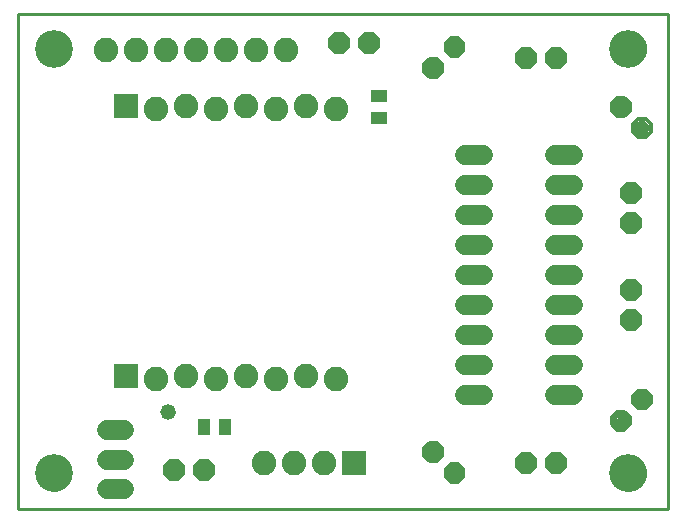
<source format=gts>
G75*
%MOIN*%
%OFA0B0*%
%FSLAX25Y25*%
%IPPOS*%
%LPD*%
%AMOC8*
5,1,8,0,0,1.08239X$1,22.5*
%
%ADD10C,0.01000*%
%ADD11C,0.00000*%
%ADD12C,0.12611*%
%ADD13C,0.08200*%
%ADD14R,0.08200X0.08200*%
%ADD15C,0.06600*%
%ADD16C,0.01480*%
%ADD17OC8,0.07400*%
%ADD18R,0.05524X0.03950*%
%ADD19R,0.03950X0.05524*%
%ADD20C,0.05200*%
D10*
X0019800Y0016300D02*
X0019800Y0181261D01*
X0236501Y0181261D01*
X0236501Y0016300D01*
X0019800Y0016300D01*
D11*
X0025894Y0028300D02*
X0025896Y0028453D01*
X0025902Y0028607D01*
X0025912Y0028760D01*
X0025926Y0028912D01*
X0025944Y0029065D01*
X0025966Y0029216D01*
X0025991Y0029367D01*
X0026021Y0029518D01*
X0026055Y0029668D01*
X0026092Y0029816D01*
X0026133Y0029964D01*
X0026178Y0030110D01*
X0026227Y0030256D01*
X0026280Y0030400D01*
X0026336Y0030542D01*
X0026396Y0030683D01*
X0026460Y0030823D01*
X0026527Y0030961D01*
X0026598Y0031097D01*
X0026673Y0031231D01*
X0026750Y0031363D01*
X0026832Y0031493D01*
X0026916Y0031621D01*
X0027004Y0031747D01*
X0027095Y0031870D01*
X0027189Y0031991D01*
X0027287Y0032109D01*
X0027387Y0032225D01*
X0027491Y0032338D01*
X0027597Y0032449D01*
X0027706Y0032557D01*
X0027818Y0032662D01*
X0027932Y0032763D01*
X0028050Y0032862D01*
X0028169Y0032958D01*
X0028291Y0033051D01*
X0028416Y0033140D01*
X0028543Y0033227D01*
X0028672Y0033309D01*
X0028803Y0033389D01*
X0028936Y0033465D01*
X0029071Y0033538D01*
X0029208Y0033607D01*
X0029347Y0033672D01*
X0029487Y0033734D01*
X0029629Y0033792D01*
X0029772Y0033847D01*
X0029917Y0033898D01*
X0030063Y0033945D01*
X0030210Y0033988D01*
X0030358Y0034027D01*
X0030507Y0034063D01*
X0030657Y0034094D01*
X0030808Y0034122D01*
X0030959Y0034146D01*
X0031112Y0034166D01*
X0031264Y0034182D01*
X0031417Y0034194D01*
X0031570Y0034202D01*
X0031723Y0034206D01*
X0031877Y0034206D01*
X0032030Y0034202D01*
X0032183Y0034194D01*
X0032336Y0034182D01*
X0032488Y0034166D01*
X0032641Y0034146D01*
X0032792Y0034122D01*
X0032943Y0034094D01*
X0033093Y0034063D01*
X0033242Y0034027D01*
X0033390Y0033988D01*
X0033537Y0033945D01*
X0033683Y0033898D01*
X0033828Y0033847D01*
X0033971Y0033792D01*
X0034113Y0033734D01*
X0034253Y0033672D01*
X0034392Y0033607D01*
X0034529Y0033538D01*
X0034664Y0033465D01*
X0034797Y0033389D01*
X0034928Y0033309D01*
X0035057Y0033227D01*
X0035184Y0033140D01*
X0035309Y0033051D01*
X0035431Y0032958D01*
X0035550Y0032862D01*
X0035668Y0032763D01*
X0035782Y0032662D01*
X0035894Y0032557D01*
X0036003Y0032449D01*
X0036109Y0032338D01*
X0036213Y0032225D01*
X0036313Y0032109D01*
X0036411Y0031991D01*
X0036505Y0031870D01*
X0036596Y0031747D01*
X0036684Y0031621D01*
X0036768Y0031493D01*
X0036850Y0031363D01*
X0036927Y0031231D01*
X0037002Y0031097D01*
X0037073Y0030961D01*
X0037140Y0030823D01*
X0037204Y0030683D01*
X0037264Y0030542D01*
X0037320Y0030400D01*
X0037373Y0030256D01*
X0037422Y0030110D01*
X0037467Y0029964D01*
X0037508Y0029816D01*
X0037545Y0029668D01*
X0037579Y0029518D01*
X0037609Y0029367D01*
X0037634Y0029216D01*
X0037656Y0029065D01*
X0037674Y0028912D01*
X0037688Y0028760D01*
X0037698Y0028607D01*
X0037704Y0028453D01*
X0037706Y0028300D01*
X0037704Y0028147D01*
X0037698Y0027993D01*
X0037688Y0027840D01*
X0037674Y0027688D01*
X0037656Y0027535D01*
X0037634Y0027384D01*
X0037609Y0027233D01*
X0037579Y0027082D01*
X0037545Y0026932D01*
X0037508Y0026784D01*
X0037467Y0026636D01*
X0037422Y0026490D01*
X0037373Y0026344D01*
X0037320Y0026200D01*
X0037264Y0026058D01*
X0037204Y0025917D01*
X0037140Y0025777D01*
X0037073Y0025639D01*
X0037002Y0025503D01*
X0036927Y0025369D01*
X0036850Y0025237D01*
X0036768Y0025107D01*
X0036684Y0024979D01*
X0036596Y0024853D01*
X0036505Y0024730D01*
X0036411Y0024609D01*
X0036313Y0024491D01*
X0036213Y0024375D01*
X0036109Y0024262D01*
X0036003Y0024151D01*
X0035894Y0024043D01*
X0035782Y0023938D01*
X0035668Y0023837D01*
X0035550Y0023738D01*
X0035431Y0023642D01*
X0035309Y0023549D01*
X0035184Y0023460D01*
X0035057Y0023373D01*
X0034928Y0023291D01*
X0034797Y0023211D01*
X0034664Y0023135D01*
X0034529Y0023062D01*
X0034392Y0022993D01*
X0034253Y0022928D01*
X0034113Y0022866D01*
X0033971Y0022808D01*
X0033828Y0022753D01*
X0033683Y0022702D01*
X0033537Y0022655D01*
X0033390Y0022612D01*
X0033242Y0022573D01*
X0033093Y0022537D01*
X0032943Y0022506D01*
X0032792Y0022478D01*
X0032641Y0022454D01*
X0032488Y0022434D01*
X0032336Y0022418D01*
X0032183Y0022406D01*
X0032030Y0022398D01*
X0031877Y0022394D01*
X0031723Y0022394D01*
X0031570Y0022398D01*
X0031417Y0022406D01*
X0031264Y0022418D01*
X0031112Y0022434D01*
X0030959Y0022454D01*
X0030808Y0022478D01*
X0030657Y0022506D01*
X0030507Y0022537D01*
X0030358Y0022573D01*
X0030210Y0022612D01*
X0030063Y0022655D01*
X0029917Y0022702D01*
X0029772Y0022753D01*
X0029629Y0022808D01*
X0029487Y0022866D01*
X0029347Y0022928D01*
X0029208Y0022993D01*
X0029071Y0023062D01*
X0028936Y0023135D01*
X0028803Y0023211D01*
X0028672Y0023291D01*
X0028543Y0023373D01*
X0028416Y0023460D01*
X0028291Y0023549D01*
X0028169Y0023642D01*
X0028050Y0023738D01*
X0027932Y0023837D01*
X0027818Y0023938D01*
X0027706Y0024043D01*
X0027597Y0024151D01*
X0027491Y0024262D01*
X0027387Y0024375D01*
X0027287Y0024491D01*
X0027189Y0024609D01*
X0027095Y0024730D01*
X0027004Y0024853D01*
X0026916Y0024979D01*
X0026832Y0025107D01*
X0026750Y0025237D01*
X0026673Y0025369D01*
X0026598Y0025503D01*
X0026527Y0025639D01*
X0026460Y0025777D01*
X0026396Y0025917D01*
X0026336Y0026058D01*
X0026280Y0026200D01*
X0026227Y0026344D01*
X0026178Y0026490D01*
X0026133Y0026636D01*
X0026092Y0026784D01*
X0026055Y0026932D01*
X0026021Y0027082D01*
X0025991Y0027233D01*
X0025966Y0027384D01*
X0025944Y0027535D01*
X0025926Y0027688D01*
X0025912Y0027840D01*
X0025902Y0027993D01*
X0025896Y0028147D01*
X0025894Y0028300D01*
X0025894Y0169800D02*
X0025896Y0169953D01*
X0025902Y0170107D01*
X0025912Y0170260D01*
X0025926Y0170412D01*
X0025944Y0170565D01*
X0025966Y0170716D01*
X0025991Y0170867D01*
X0026021Y0171018D01*
X0026055Y0171168D01*
X0026092Y0171316D01*
X0026133Y0171464D01*
X0026178Y0171610D01*
X0026227Y0171756D01*
X0026280Y0171900D01*
X0026336Y0172042D01*
X0026396Y0172183D01*
X0026460Y0172323D01*
X0026527Y0172461D01*
X0026598Y0172597D01*
X0026673Y0172731D01*
X0026750Y0172863D01*
X0026832Y0172993D01*
X0026916Y0173121D01*
X0027004Y0173247D01*
X0027095Y0173370D01*
X0027189Y0173491D01*
X0027287Y0173609D01*
X0027387Y0173725D01*
X0027491Y0173838D01*
X0027597Y0173949D01*
X0027706Y0174057D01*
X0027818Y0174162D01*
X0027932Y0174263D01*
X0028050Y0174362D01*
X0028169Y0174458D01*
X0028291Y0174551D01*
X0028416Y0174640D01*
X0028543Y0174727D01*
X0028672Y0174809D01*
X0028803Y0174889D01*
X0028936Y0174965D01*
X0029071Y0175038D01*
X0029208Y0175107D01*
X0029347Y0175172D01*
X0029487Y0175234D01*
X0029629Y0175292D01*
X0029772Y0175347D01*
X0029917Y0175398D01*
X0030063Y0175445D01*
X0030210Y0175488D01*
X0030358Y0175527D01*
X0030507Y0175563D01*
X0030657Y0175594D01*
X0030808Y0175622D01*
X0030959Y0175646D01*
X0031112Y0175666D01*
X0031264Y0175682D01*
X0031417Y0175694D01*
X0031570Y0175702D01*
X0031723Y0175706D01*
X0031877Y0175706D01*
X0032030Y0175702D01*
X0032183Y0175694D01*
X0032336Y0175682D01*
X0032488Y0175666D01*
X0032641Y0175646D01*
X0032792Y0175622D01*
X0032943Y0175594D01*
X0033093Y0175563D01*
X0033242Y0175527D01*
X0033390Y0175488D01*
X0033537Y0175445D01*
X0033683Y0175398D01*
X0033828Y0175347D01*
X0033971Y0175292D01*
X0034113Y0175234D01*
X0034253Y0175172D01*
X0034392Y0175107D01*
X0034529Y0175038D01*
X0034664Y0174965D01*
X0034797Y0174889D01*
X0034928Y0174809D01*
X0035057Y0174727D01*
X0035184Y0174640D01*
X0035309Y0174551D01*
X0035431Y0174458D01*
X0035550Y0174362D01*
X0035668Y0174263D01*
X0035782Y0174162D01*
X0035894Y0174057D01*
X0036003Y0173949D01*
X0036109Y0173838D01*
X0036213Y0173725D01*
X0036313Y0173609D01*
X0036411Y0173491D01*
X0036505Y0173370D01*
X0036596Y0173247D01*
X0036684Y0173121D01*
X0036768Y0172993D01*
X0036850Y0172863D01*
X0036927Y0172731D01*
X0037002Y0172597D01*
X0037073Y0172461D01*
X0037140Y0172323D01*
X0037204Y0172183D01*
X0037264Y0172042D01*
X0037320Y0171900D01*
X0037373Y0171756D01*
X0037422Y0171610D01*
X0037467Y0171464D01*
X0037508Y0171316D01*
X0037545Y0171168D01*
X0037579Y0171018D01*
X0037609Y0170867D01*
X0037634Y0170716D01*
X0037656Y0170565D01*
X0037674Y0170412D01*
X0037688Y0170260D01*
X0037698Y0170107D01*
X0037704Y0169953D01*
X0037706Y0169800D01*
X0037704Y0169647D01*
X0037698Y0169493D01*
X0037688Y0169340D01*
X0037674Y0169188D01*
X0037656Y0169035D01*
X0037634Y0168884D01*
X0037609Y0168733D01*
X0037579Y0168582D01*
X0037545Y0168432D01*
X0037508Y0168284D01*
X0037467Y0168136D01*
X0037422Y0167990D01*
X0037373Y0167844D01*
X0037320Y0167700D01*
X0037264Y0167558D01*
X0037204Y0167417D01*
X0037140Y0167277D01*
X0037073Y0167139D01*
X0037002Y0167003D01*
X0036927Y0166869D01*
X0036850Y0166737D01*
X0036768Y0166607D01*
X0036684Y0166479D01*
X0036596Y0166353D01*
X0036505Y0166230D01*
X0036411Y0166109D01*
X0036313Y0165991D01*
X0036213Y0165875D01*
X0036109Y0165762D01*
X0036003Y0165651D01*
X0035894Y0165543D01*
X0035782Y0165438D01*
X0035668Y0165337D01*
X0035550Y0165238D01*
X0035431Y0165142D01*
X0035309Y0165049D01*
X0035184Y0164960D01*
X0035057Y0164873D01*
X0034928Y0164791D01*
X0034797Y0164711D01*
X0034664Y0164635D01*
X0034529Y0164562D01*
X0034392Y0164493D01*
X0034253Y0164428D01*
X0034113Y0164366D01*
X0033971Y0164308D01*
X0033828Y0164253D01*
X0033683Y0164202D01*
X0033537Y0164155D01*
X0033390Y0164112D01*
X0033242Y0164073D01*
X0033093Y0164037D01*
X0032943Y0164006D01*
X0032792Y0163978D01*
X0032641Y0163954D01*
X0032488Y0163934D01*
X0032336Y0163918D01*
X0032183Y0163906D01*
X0032030Y0163898D01*
X0031877Y0163894D01*
X0031723Y0163894D01*
X0031570Y0163898D01*
X0031417Y0163906D01*
X0031264Y0163918D01*
X0031112Y0163934D01*
X0030959Y0163954D01*
X0030808Y0163978D01*
X0030657Y0164006D01*
X0030507Y0164037D01*
X0030358Y0164073D01*
X0030210Y0164112D01*
X0030063Y0164155D01*
X0029917Y0164202D01*
X0029772Y0164253D01*
X0029629Y0164308D01*
X0029487Y0164366D01*
X0029347Y0164428D01*
X0029208Y0164493D01*
X0029071Y0164562D01*
X0028936Y0164635D01*
X0028803Y0164711D01*
X0028672Y0164791D01*
X0028543Y0164873D01*
X0028416Y0164960D01*
X0028291Y0165049D01*
X0028169Y0165142D01*
X0028050Y0165238D01*
X0027932Y0165337D01*
X0027818Y0165438D01*
X0027706Y0165543D01*
X0027597Y0165651D01*
X0027491Y0165762D01*
X0027387Y0165875D01*
X0027287Y0165991D01*
X0027189Y0166109D01*
X0027095Y0166230D01*
X0027004Y0166353D01*
X0026916Y0166479D01*
X0026832Y0166607D01*
X0026750Y0166737D01*
X0026673Y0166869D01*
X0026598Y0167003D01*
X0026527Y0167139D01*
X0026460Y0167277D01*
X0026396Y0167417D01*
X0026336Y0167558D01*
X0026280Y0167700D01*
X0026227Y0167844D01*
X0026178Y0167990D01*
X0026133Y0168136D01*
X0026092Y0168284D01*
X0026055Y0168432D01*
X0026021Y0168582D01*
X0025991Y0168733D01*
X0025966Y0168884D01*
X0025944Y0169035D01*
X0025926Y0169188D01*
X0025912Y0169340D01*
X0025902Y0169493D01*
X0025896Y0169647D01*
X0025894Y0169800D01*
X0217394Y0169800D02*
X0217396Y0169953D01*
X0217402Y0170107D01*
X0217412Y0170260D01*
X0217426Y0170412D01*
X0217444Y0170565D01*
X0217466Y0170716D01*
X0217491Y0170867D01*
X0217521Y0171018D01*
X0217555Y0171168D01*
X0217592Y0171316D01*
X0217633Y0171464D01*
X0217678Y0171610D01*
X0217727Y0171756D01*
X0217780Y0171900D01*
X0217836Y0172042D01*
X0217896Y0172183D01*
X0217960Y0172323D01*
X0218027Y0172461D01*
X0218098Y0172597D01*
X0218173Y0172731D01*
X0218250Y0172863D01*
X0218332Y0172993D01*
X0218416Y0173121D01*
X0218504Y0173247D01*
X0218595Y0173370D01*
X0218689Y0173491D01*
X0218787Y0173609D01*
X0218887Y0173725D01*
X0218991Y0173838D01*
X0219097Y0173949D01*
X0219206Y0174057D01*
X0219318Y0174162D01*
X0219432Y0174263D01*
X0219550Y0174362D01*
X0219669Y0174458D01*
X0219791Y0174551D01*
X0219916Y0174640D01*
X0220043Y0174727D01*
X0220172Y0174809D01*
X0220303Y0174889D01*
X0220436Y0174965D01*
X0220571Y0175038D01*
X0220708Y0175107D01*
X0220847Y0175172D01*
X0220987Y0175234D01*
X0221129Y0175292D01*
X0221272Y0175347D01*
X0221417Y0175398D01*
X0221563Y0175445D01*
X0221710Y0175488D01*
X0221858Y0175527D01*
X0222007Y0175563D01*
X0222157Y0175594D01*
X0222308Y0175622D01*
X0222459Y0175646D01*
X0222612Y0175666D01*
X0222764Y0175682D01*
X0222917Y0175694D01*
X0223070Y0175702D01*
X0223223Y0175706D01*
X0223377Y0175706D01*
X0223530Y0175702D01*
X0223683Y0175694D01*
X0223836Y0175682D01*
X0223988Y0175666D01*
X0224141Y0175646D01*
X0224292Y0175622D01*
X0224443Y0175594D01*
X0224593Y0175563D01*
X0224742Y0175527D01*
X0224890Y0175488D01*
X0225037Y0175445D01*
X0225183Y0175398D01*
X0225328Y0175347D01*
X0225471Y0175292D01*
X0225613Y0175234D01*
X0225753Y0175172D01*
X0225892Y0175107D01*
X0226029Y0175038D01*
X0226164Y0174965D01*
X0226297Y0174889D01*
X0226428Y0174809D01*
X0226557Y0174727D01*
X0226684Y0174640D01*
X0226809Y0174551D01*
X0226931Y0174458D01*
X0227050Y0174362D01*
X0227168Y0174263D01*
X0227282Y0174162D01*
X0227394Y0174057D01*
X0227503Y0173949D01*
X0227609Y0173838D01*
X0227713Y0173725D01*
X0227813Y0173609D01*
X0227911Y0173491D01*
X0228005Y0173370D01*
X0228096Y0173247D01*
X0228184Y0173121D01*
X0228268Y0172993D01*
X0228350Y0172863D01*
X0228427Y0172731D01*
X0228502Y0172597D01*
X0228573Y0172461D01*
X0228640Y0172323D01*
X0228704Y0172183D01*
X0228764Y0172042D01*
X0228820Y0171900D01*
X0228873Y0171756D01*
X0228922Y0171610D01*
X0228967Y0171464D01*
X0229008Y0171316D01*
X0229045Y0171168D01*
X0229079Y0171018D01*
X0229109Y0170867D01*
X0229134Y0170716D01*
X0229156Y0170565D01*
X0229174Y0170412D01*
X0229188Y0170260D01*
X0229198Y0170107D01*
X0229204Y0169953D01*
X0229206Y0169800D01*
X0229204Y0169647D01*
X0229198Y0169493D01*
X0229188Y0169340D01*
X0229174Y0169188D01*
X0229156Y0169035D01*
X0229134Y0168884D01*
X0229109Y0168733D01*
X0229079Y0168582D01*
X0229045Y0168432D01*
X0229008Y0168284D01*
X0228967Y0168136D01*
X0228922Y0167990D01*
X0228873Y0167844D01*
X0228820Y0167700D01*
X0228764Y0167558D01*
X0228704Y0167417D01*
X0228640Y0167277D01*
X0228573Y0167139D01*
X0228502Y0167003D01*
X0228427Y0166869D01*
X0228350Y0166737D01*
X0228268Y0166607D01*
X0228184Y0166479D01*
X0228096Y0166353D01*
X0228005Y0166230D01*
X0227911Y0166109D01*
X0227813Y0165991D01*
X0227713Y0165875D01*
X0227609Y0165762D01*
X0227503Y0165651D01*
X0227394Y0165543D01*
X0227282Y0165438D01*
X0227168Y0165337D01*
X0227050Y0165238D01*
X0226931Y0165142D01*
X0226809Y0165049D01*
X0226684Y0164960D01*
X0226557Y0164873D01*
X0226428Y0164791D01*
X0226297Y0164711D01*
X0226164Y0164635D01*
X0226029Y0164562D01*
X0225892Y0164493D01*
X0225753Y0164428D01*
X0225613Y0164366D01*
X0225471Y0164308D01*
X0225328Y0164253D01*
X0225183Y0164202D01*
X0225037Y0164155D01*
X0224890Y0164112D01*
X0224742Y0164073D01*
X0224593Y0164037D01*
X0224443Y0164006D01*
X0224292Y0163978D01*
X0224141Y0163954D01*
X0223988Y0163934D01*
X0223836Y0163918D01*
X0223683Y0163906D01*
X0223530Y0163898D01*
X0223377Y0163894D01*
X0223223Y0163894D01*
X0223070Y0163898D01*
X0222917Y0163906D01*
X0222764Y0163918D01*
X0222612Y0163934D01*
X0222459Y0163954D01*
X0222308Y0163978D01*
X0222157Y0164006D01*
X0222007Y0164037D01*
X0221858Y0164073D01*
X0221710Y0164112D01*
X0221563Y0164155D01*
X0221417Y0164202D01*
X0221272Y0164253D01*
X0221129Y0164308D01*
X0220987Y0164366D01*
X0220847Y0164428D01*
X0220708Y0164493D01*
X0220571Y0164562D01*
X0220436Y0164635D01*
X0220303Y0164711D01*
X0220172Y0164791D01*
X0220043Y0164873D01*
X0219916Y0164960D01*
X0219791Y0165049D01*
X0219669Y0165142D01*
X0219550Y0165238D01*
X0219432Y0165337D01*
X0219318Y0165438D01*
X0219206Y0165543D01*
X0219097Y0165651D01*
X0218991Y0165762D01*
X0218887Y0165875D01*
X0218787Y0165991D01*
X0218689Y0166109D01*
X0218595Y0166230D01*
X0218504Y0166353D01*
X0218416Y0166479D01*
X0218332Y0166607D01*
X0218250Y0166737D01*
X0218173Y0166869D01*
X0218098Y0167003D01*
X0218027Y0167139D01*
X0217960Y0167277D01*
X0217896Y0167417D01*
X0217836Y0167558D01*
X0217780Y0167700D01*
X0217727Y0167844D01*
X0217678Y0167990D01*
X0217633Y0168136D01*
X0217592Y0168284D01*
X0217555Y0168432D01*
X0217521Y0168582D01*
X0217491Y0168733D01*
X0217466Y0168884D01*
X0217444Y0169035D01*
X0217426Y0169188D01*
X0217412Y0169340D01*
X0217402Y0169493D01*
X0217396Y0169647D01*
X0217394Y0169800D01*
X0217394Y0028300D02*
X0217396Y0028453D01*
X0217402Y0028607D01*
X0217412Y0028760D01*
X0217426Y0028912D01*
X0217444Y0029065D01*
X0217466Y0029216D01*
X0217491Y0029367D01*
X0217521Y0029518D01*
X0217555Y0029668D01*
X0217592Y0029816D01*
X0217633Y0029964D01*
X0217678Y0030110D01*
X0217727Y0030256D01*
X0217780Y0030400D01*
X0217836Y0030542D01*
X0217896Y0030683D01*
X0217960Y0030823D01*
X0218027Y0030961D01*
X0218098Y0031097D01*
X0218173Y0031231D01*
X0218250Y0031363D01*
X0218332Y0031493D01*
X0218416Y0031621D01*
X0218504Y0031747D01*
X0218595Y0031870D01*
X0218689Y0031991D01*
X0218787Y0032109D01*
X0218887Y0032225D01*
X0218991Y0032338D01*
X0219097Y0032449D01*
X0219206Y0032557D01*
X0219318Y0032662D01*
X0219432Y0032763D01*
X0219550Y0032862D01*
X0219669Y0032958D01*
X0219791Y0033051D01*
X0219916Y0033140D01*
X0220043Y0033227D01*
X0220172Y0033309D01*
X0220303Y0033389D01*
X0220436Y0033465D01*
X0220571Y0033538D01*
X0220708Y0033607D01*
X0220847Y0033672D01*
X0220987Y0033734D01*
X0221129Y0033792D01*
X0221272Y0033847D01*
X0221417Y0033898D01*
X0221563Y0033945D01*
X0221710Y0033988D01*
X0221858Y0034027D01*
X0222007Y0034063D01*
X0222157Y0034094D01*
X0222308Y0034122D01*
X0222459Y0034146D01*
X0222612Y0034166D01*
X0222764Y0034182D01*
X0222917Y0034194D01*
X0223070Y0034202D01*
X0223223Y0034206D01*
X0223377Y0034206D01*
X0223530Y0034202D01*
X0223683Y0034194D01*
X0223836Y0034182D01*
X0223988Y0034166D01*
X0224141Y0034146D01*
X0224292Y0034122D01*
X0224443Y0034094D01*
X0224593Y0034063D01*
X0224742Y0034027D01*
X0224890Y0033988D01*
X0225037Y0033945D01*
X0225183Y0033898D01*
X0225328Y0033847D01*
X0225471Y0033792D01*
X0225613Y0033734D01*
X0225753Y0033672D01*
X0225892Y0033607D01*
X0226029Y0033538D01*
X0226164Y0033465D01*
X0226297Y0033389D01*
X0226428Y0033309D01*
X0226557Y0033227D01*
X0226684Y0033140D01*
X0226809Y0033051D01*
X0226931Y0032958D01*
X0227050Y0032862D01*
X0227168Y0032763D01*
X0227282Y0032662D01*
X0227394Y0032557D01*
X0227503Y0032449D01*
X0227609Y0032338D01*
X0227713Y0032225D01*
X0227813Y0032109D01*
X0227911Y0031991D01*
X0228005Y0031870D01*
X0228096Y0031747D01*
X0228184Y0031621D01*
X0228268Y0031493D01*
X0228350Y0031363D01*
X0228427Y0031231D01*
X0228502Y0031097D01*
X0228573Y0030961D01*
X0228640Y0030823D01*
X0228704Y0030683D01*
X0228764Y0030542D01*
X0228820Y0030400D01*
X0228873Y0030256D01*
X0228922Y0030110D01*
X0228967Y0029964D01*
X0229008Y0029816D01*
X0229045Y0029668D01*
X0229079Y0029518D01*
X0229109Y0029367D01*
X0229134Y0029216D01*
X0229156Y0029065D01*
X0229174Y0028912D01*
X0229188Y0028760D01*
X0229198Y0028607D01*
X0229204Y0028453D01*
X0229206Y0028300D01*
X0229204Y0028147D01*
X0229198Y0027993D01*
X0229188Y0027840D01*
X0229174Y0027688D01*
X0229156Y0027535D01*
X0229134Y0027384D01*
X0229109Y0027233D01*
X0229079Y0027082D01*
X0229045Y0026932D01*
X0229008Y0026784D01*
X0228967Y0026636D01*
X0228922Y0026490D01*
X0228873Y0026344D01*
X0228820Y0026200D01*
X0228764Y0026058D01*
X0228704Y0025917D01*
X0228640Y0025777D01*
X0228573Y0025639D01*
X0228502Y0025503D01*
X0228427Y0025369D01*
X0228350Y0025237D01*
X0228268Y0025107D01*
X0228184Y0024979D01*
X0228096Y0024853D01*
X0228005Y0024730D01*
X0227911Y0024609D01*
X0227813Y0024491D01*
X0227713Y0024375D01*
X0227609Y0024262D01*
X0227503Y0024151D01*
X0227394Y0024043D01*
X0227282Y0023938D01*
X0227168Y0023837D01*
X0227050Y0023738D01*
X0226931Y0023642D01*
X0226809Y0023549D01*
X0226684Y0023460D01*
X0226557Y0023373D01*
X0226428Y0023291D01*
X0226297Y0023211D01*
X0226164Y0023135D01*
X0226029Y0023062D01*
X0225892Y0022993D01*
X0225753Y0022928D01*
X0225613Y0022866D01*
X0225471Y0022808D01*
X0225328Y0022753D01*
X0225183Y0022702D01*
X0225037Y0022655D01*
X0224890Y0022612D01*
X0224742Y0022573D01*
X0224593Y0022537D01*
X0224443Y0022506D01*
X0224292Y0022478D01*
X0224141Y0022454D01*
X0223988Y0022434D01*
X0223836Y0022418D01*
X0223683Y0022406D01*
X0223530Y0022398D01*
X0223377Y0022394D01*
X0223223Y0022394D01*
X0223070Y0022398D01*
X0222917Y0022406D01*
X0222764Y0022418D01*
X0222612Y0022434D01*
X0222459Y0022454D01*
X0222308Y0022478D01*
X0222157Y0022506D01*
X0222007Y0022537D01*
X0221858Y0022573D01*
X0221710Y0022612D01*
X0221563Y0022655D01*
X0221417Y0022702D01*
X0221272Y0022753D01*
X0221129Y0022808D01*
X0220987Y0022866D01*
X0220847Y0022928D01*
X0220708Y0022993D01*
X0220571Y0023062D01*
X0220436Y0023135D01*
X0220303Y0023211D01*
X0220172Y0023291D01*
X0220043Y0023373D01*
X0219916Y0023460D01*
X0219791Y0023549D01*
X0219669Y0023642D01*
X0219550Y0023738D01*
X0219432Y0023837D01*
X0219318Y0023938D01*
X0219206Y0024043D01*
X0219097Y0024151D01*
X0218991Y0024262D01*
X0218887Y0024375D01*
X0218787Y0024491D01*
X0218689Y0024609D01*
X0218595Y0024730D01*
X0218504Y0024853D01*
X0218416Y0024979D01*
X0218332Y0025107D01*
X0218250Y0025237D01*
X0218173Y0025369D01*
X0218098Y0025503D01*
X0218027Y0025639D01*
X0217960Y0025777D01*
X0217896Y0025917D01*
X0217836Y0026058D01*
X0217780Y0026200D01*
X0217727Y0026344D01*
X0217678Y0026490D01*
X0217633Y0026636D01*
X0217592Y0026784D01*
X0217555Y0026932D01*
X0217521Y0027082D01*
X0217491Y0027233D01*
X0217466Y0027384D01*
X0217444Y0027535D01*
X0217426Y0027688D01*
X0217412Y0027840D01*
X0217402Y0027993D01*
X0217396Y0028147D01*
X0217394Y0028300D01*
D12*
X0223300Y0028300D03*
X0031800Y0028300D03*
X0031800Y0169800D03*
X0223300Y0169800D03*
D13*
X0125800Y0149800D03*
X0115800Y0150800D03*
X0105800Y0149800D03*
X0095800Y0150800D03*
X0085800Y0149800D03*
X0075800Y0150800D03*
X0065800Y0149800D03*
X0069300Y0169300D03*
X0059300Y0169300D03*
X0049300Y0169300D03*
X0079300Y0169300D03*
X0089300Y0169300D03*
X0099300Y0169300D03*
X0109300Y0169300D03*
X0115800Y0060800D03*
X0105800Y0059800D03*
X0095800Y0060800D03*
X0085800Y0059800D03*
X0075800Y0060800D03*
X0065800Y0059800D03*
X0101800Y0031800D03*
X0111800Y0031800D03*
X0121800Y0031800D03*
X0125800Y0059800D03*
D14*
X0131800Y0031800D03*
X0055800Y0060800D03*
X0055800Y0150800D03*
D15*
X0168900Y0134300D02*
X0174700Y0134300D01*
X0174700Y0124300D02*
X0168900Y0124300D01*
X0168900Y0114300D02*
X0174700Y0114300D01*
X0174700Y0104300D02*
X0168900Y0104300D01*
X0168900Y0094300D02*
X0174700Y0094300D01*
X0174700Y0084300D02*
X0168900Y0084300D01*
X0168900Y0074300D02*
X0174700Y0074300D01*
X0174700Y0064300D02*
X0168900Y0064300D01*
X0168900Y0054300D02*
X0174700Y0054300D01*
X0198900Y0054300D02*
X0204700Y0054300D01*
X0204700Y0064300D02*
X0198900Y0064300D01*
X0198900Y0074300D02*
X0204700Y0074300D01*
X0204700Y0084300D02*
X0198900Y0084300D01*
X0198900Y0094300D02*
X0204700Y0094300D01*
X0204700Y0104300D02*
X0198900Y0104300D01*
X0198900Y0114300D02*
X0204700Y0114300D01*
X0204700Y0124300D02*
X0198900Y0124300D01*
X0198900Y0134300D02*
X0204700Y0134300D01*
X0055305Y0042638D02*
X0049505Y0042638D01*
X0049505Y0032795D02*
X0055305Y0032795D01*
X0055305Y0022953D02*
X0049505Y0022953D01*
D16*
X0158750Y0033117D02*
X0159490Y0032377D01*
X0157038Y0032377D01*
X0155305Y0034110D01*
X0155305Y0036562D01*
X0157038Y0038295D01*
X0159490Y0038295D01*
X0161223Y0036562D01*
X0161223Y0034110D01*
X0159490Y0032377D01*
X0159030Y0033487D01*
X0157498Y0033487D01*
X0156415Y0034570D01*
X0156415Y0036102D01*
X0157498Y0037185D01*
X0159030Y0037185D01*
X0160113Y0036102D01*
X0160113Y0034570D01*
X0159030Y0033487D01*
X0158570Y0034597D01*
X0157958Y0034597D01*
X0157525Y0035030D01*
X0157525Y0035642D01*
X0157958Y0036075D01*
X0158570Y0036075D01*
X0159003Y0035642D01*
X0159003Y0035030D01*
X0158570Y0034597D01*
X0165822Y0026045D02*
X0166562Y0025305D01*
X0164110Y0025305D01*
X0162377Y0027038D01*
X0162377Y0029490D01*
X0164110Y0031223D01*
X0166562Y0031223D01*
X0168295Y0029490D01*
X0168295Y0027038D01*
X0166562Y0025305D01*
X0166102Y0026415D01*
X0164570Y0026415D01*
X0163487Y0027498D01*
X0163487Y0029030D01*
X0164570Y0030113D01*
X0166102Y0030113D01*
X0167185Y0029030D01*
X0167185Y0027498D01*
X0166102Y0026415D01*
X0165642Y0027525D01*
X0165030Y0027525D01*
X0164597Y0027958D01*
X0164597Y0028570D01*
X0165030Y0029003D01*
X0165642Y0029003D01*
X0166075Y0028570D01*
X0166075Y0027958D01*
X0165642Y0027525D01*
X0222983Y0046250D02*
X0223723Y0046990D01*
X0223723Y0044538D01*
X0221990Y0042805D01*
X0219538Y0042805D01*
X0217805Y0044538D01*
X0217805Y0046990D01*
X0219538Y0048723D01*
X0221990Y0048723D01*
X0223723Y0046990D01*
X0222613Y0046530D01*
X0222613Y0044998D01*
X0221530Y0043915D01*
X0219998Y0043915D01*
X0218915Y0044998D01*
X0218915Y0046530D01*
X0219998Y0047613D01*
X0221530Y0047613D01*
X0222613Y0046530D01*
X0221503Y0046070D01*
X0221503Y0045458D01*
X0221070Y0045025D01*
X0220458Y0045025D01*
X0220025Y0045458D01*
X0220025Y0046070D01*
X0220458Y0046503D01*
X0221070Y0046503D01*
X0221503Y0046070D01*
X0230055Y0053322D02*
X0230795Y0054062D01*
X0230795Y0051610D01*
X0229062Y0049877D01*
X0226610Y0049877D01*
X0224877Y0051610D01*
X0224877Y0054062D01*
X0226610Y0055795D01*
X0229062Y0055795D01*
X0230795Y0054062D01*
X0229685Y0053602D01*
X0229685Y0052070D01*
X0228602Y0050987D01*
X0227070Y0050987D01*
X0225987Y0052070D01*
X0225987Y0053602D01*
X0227070Y0054685D01*
X0228602Y0054685D01*
X0229685Y0053602D01*
X0228575Y0053142D01*
X0228575Y0052530D01*
X0228142Y0052097D01*
X0227530Y0052097D01*
X0227097Y0052530D01*
X0227097Y0053142D01*
X0227530Y0053575D01*
X0228142Y0053575D01*
X0228575Y0053142D01*
X0228322Y0141045D02*
X0229062Y0140305D01*
X0226610Y0140305D01*
X0224877Y0142038D01*
X0224877Y0144490D01*
X0226610Y0146223D01*
X0229062Y0146223D01*
X0230795Y0144490D01*
X0230795Y0142038D01*
X0229062Y0140305D01*
X0228602Y0141415D01*
X0227070Y0141415D01*
X0225987Y0142498D01*
X0225987Y0144030D01*
X0227070Y0145113D01*
X0228602Y0145113D01*
X0229685Y0144030D01*
X0229685Y0142498D01*
X0228602Y0141415D01*
X0228142Y0142525D01*
X0227530Y0142525D01*
X0227097Y0142958D01*
X0227097Y0143570D01*
X0227530Y0144003D01*
X0228142Y0144003D01*
X0228575Y0143570D01*
X0228575Y0142958D01*
X0228142Y0142525D01*
X0221250Y0148117D02*
X0221990Y0147377D01*
X0219538Y0147377D01*
X0217805Y0149110D01*
X0217805Y0151562D01*
X0219538Y0153295D01*
X0221990Y0153295D01*
X0223723Y0151562D01*
X0223723Y0149110D01*
X0221990Y0147377D01*
X0221530Y0148487D01*
X0219998Y0148487D01*
X0218915Y0149570D01*
X0218915Y0151102D01*
X0219998Y0152185D01*
X0221530Y0152185D01*
X0222613Y0151102D01*
X0222613Y0149570D01*
X0221530Y0148487D01*
X0221070Y0149597D01*
X0220458Y0149597D01*
X0220025Y0150030D01*
X0220025Y0150642D01*
X0220458Y0151075D01*
X0221070Y0151075D01*
X0221503Y0150642D01*
X0221503Y0150030D01*
X0221070Y0149597D01*
X0167555Y0170822D02*
X0168295Y0171562D01*
X0168295Y0169110D01*
X0166562Y0167377D01*
X0164110Y0167377D01*
X0162377Y0169110D01*
X0162377Y0171562D01*
X0164110Y0173295D01*
X0166562Y0173295D01*
X0168295Y0171562D01*
X0167185Y0171102D01*
X0167185Y0169570D01*
X0166102Y0168487D01*
X0164570Y0168487D01*
X0163487Y0169570D01*
X0163487Y0171102D01*
X0164570Y0172185D01*
X0166102Y0172185D01*
X0167185Y0171102D01*
X0166075Y0170642D01*
X0166075Y0170030D01*
X0165642Y0169597D01*
X0165030Y0169597D01*
X0164597Y0170030D01*
X0164597Y0170642D01*
X0165030Y0171075D01*
X0165642Y0171075D01*
X0166075Y0170642D01*
X0160483Y0163750D02*
X0161223Y0164490D01*
X0161223Y0162038D01*
X0159490Y0160305D01*
X0157038Y0160305D01*
X0155305Y0162038D01*
X0155305Y0164490D01*
X0157038Y0166223D01*
X0159490Y0166223D01*
X0161223Y0164490D01*
X0160113Y0164030D01*
X0160113Y0162498D01*
X0159030Y0161415D01*
X0157498Y0161415D01*
X0156415Y0162498D01*
X0156415Y0164030D01*
X0157498Y0165113D01*
X0159030Y0165113D01*
X0160113Y0164030D01*
X0159003Y0163570D01*
X0159003Y0162958D01*
X0158570Y0162525D01*
X0157958Y0162525D01*
X0157525Y0162958D01*
X0157525Y0163570D01*
X0157958Y0164003D01*
X0158570Y0164003D01*
X0159003Y0163570D01*
D17*
X0136800Y0171800D03*
X0126800Y0171800D03*
X0189300Y0166800D03*
X0199300Y0166800D03*
X0224300Y0121800D03*
X0224300Y0111800D03*
X0224300Y0089300D03*
X0224300Y0079300D03*
X0199300Y0031800D03*
X0189300Y0031800D03*
X0081800Y0029300D03*
X0071800Y0029300D03*
D18*
X0140300Y0146757D03*
X0140300Y0153843D03*
D19*
X0088843Y0043800D03*
X0081757Y0043800D03*
D20*
X0069800Y0048800D03*
M02*

</source>
